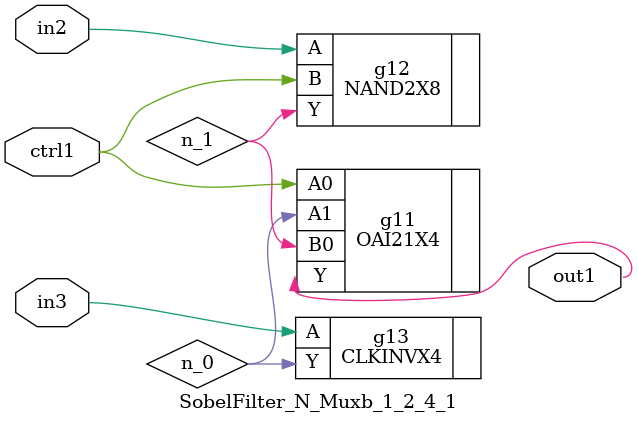
<source format=v>
`timescale 1ps / 1ps


module SobelFilter_N_Muxb_1_2_4_1(in3, in2, ctrl1, out1);
  input in3, in2, ctrl1;
  output out1;
  wire in3, in2, ctrl1;
  wire out1;
  wire n_0, n_1;
  OAI21X4 g11(.A0 (ctrl1), .A1 (n_0), .B0 (n_1), .Y (out1));
  NAND2X8 g12(.A (in2), .B (ctrl1), .Y (n_1));
  CLKINVX4 g13(.A (in3), .Y (n_0));
endmodule



</source>
